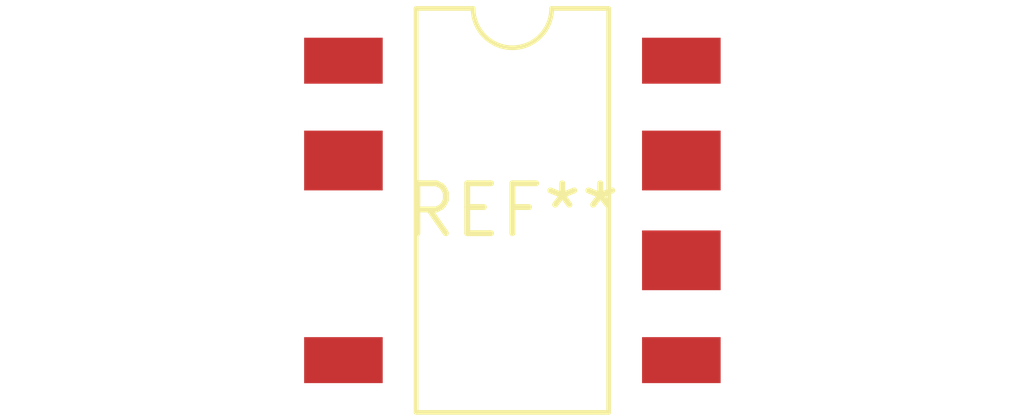
<source format=kicad_pcb>
(kicad_pcb (version 20240108) (generator pcbnew)
  (layers (0 "F.Cu" signal) (31 "B.Cu" signal) (34 "B.Paste" user) (35 "F.Paste" user) (36 "B.SilkS" user "B.Silkscreen") (37 "F.SilkS" user "F.Silkscreen") (38 "B.Mask" user) (39 "F.Mask" user) (44 "Edge.Cuts" user))
  (net 0 "")
  (footprint "PowerIntegrations_SMD-8C" (layer "F.Cu") (at 0 0)
    (property "Reference" "REF**")
    (property "Value" "PowerIntegrations_SMD-8C")
    (fp_line (start -2.45 -5.14) (end -2.45 5.14) (layer "F.SilkS") (stroke (width 0.12)))
    (fp_line (start -2.45 5.14) (end 2.45 5.14) (layer "F.SilkS") (stroke (width 0.12)))
    (fp_line (start -1 -5.14) (end -2.45 -5.14) (layer "F.SilkS") (stroke (width 0.12)))
    (fp_line (start 2.45 -5.14) (end 1 -5.14) (layer "F.SilkS") (stroke (width 0.12)))
    (fp_line (start 2.45 5.14) (end 2.45 -5.14) (layer "F.SilkS") (stroke (width 0.12)))
    (fp_arc (start 1 -5.14) (mid 0 -4.14) (end -1 -5.14) (layer "F.SilkS") (stroke (width 0.12)))
    (pad "1" smd rect (at -4.3 -3.81) (size 2 1.17) (layers "F.Cu" "F.Paste" "F.Mask"))
    (pad "2" smd rect (at -4.3 -1.27) (size 2 1.52) (layers "F.Cu" "F.Paste" "F.Mask"))
    (pad "4" smd rect (at -4.3 3.81) (size 2 1.17) (layers "F.Cu" "F.Paste" "F.Mask"))
    (pad "5" smd rect (at 4.3 3.81) (size 2 1.17) (layers "F.Cu" "F.Paste" "F.Mask"))
    (pad "6" smd rect (at 4.3 1.27) (size 2 1.52) (layers "F.Cu" "F.Paste" "F.Mask"))
    (pad "7" smd rect (at 4.3 -1.27) (size 2 1.52) (layers "F.Cu" "F.Paste" "F.Mask"))
    (pad "8" smd rect (at 4.3 -3.81) (size 2 1.17) (layers "F.Cu" "F.Paste" "F.Mask"))
  )
)
</source>
